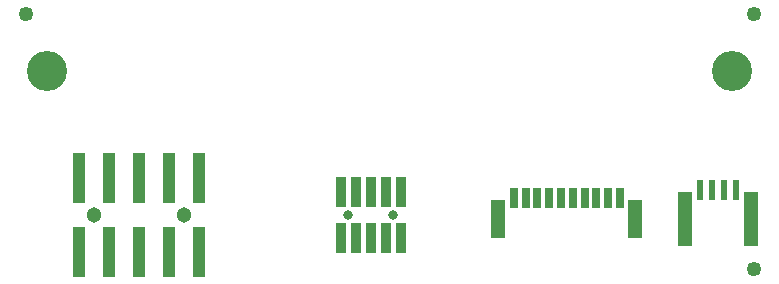
<source format=gbr>
G04 #@! TF.GenerationSoftware,KiCad,Pcbnew,5.1.0-rc2-unknown-036be7d~80~ubuntu16.04.1*
G04 #@! TF.CreationDate,2023-05-24T11:50:46+03:00*
G04 #@! TF.ProjectId,RPI-UEXT-MPQ_Rev_A,5250492d-5545-4585-942d-4d50515f5265,A*
G04 #@! TF.SameCoordinates,Original*
G04 #@! TF.FileFunction,Soldermask,Top*
G04 #@! TF.FilePolarity,Negative*
%FSLAX46Y46*%
G04 Gerber Fmt 4.6, Leading zero omitted, Abs format (unit mm)*
G04 Created by KiCad (PCBNEW 5.1.0-rc2-unknown-036be7d~80~ubuntu16.04.1) date 2023-05-24 11:50:46*
%MOMM*%
%LPD*%
G04 APERTURE LIST*
%ADD10C,3.401600*%
%ADD11R,0.601600X1.651600*%
%ADD12R,1.301600X4.601600*%
%ADD13R,0.701600X1.651600*%
%ADD14R,1.301600X3.201600*%
%ADD15C,0.801600*%
%ADD16R,0.861600X2.501600*%
%ADD17C,1.301600*%
%ADD18R,1.101600X4.351600*%
%ADD19C,1.254000*%
G04 APERTURE END LIST*
D10*
X159000000Y-60000000D03*
X101000000Y-60000000D03*
D11*
X156300000Y-70100000D03*
D12*
X160600000Y-72575000D03*
X155000000Y-72575000D03*
D11*
X158300000Y-70100000D03*
X157300000Y-70100000D03*
X159300000Y-70100000D03*
D13*
X149500000Y-70775000D03*
X148500000Y-70775000D03*
X147500000Y-70775000D03*
X146500000Y-70775000D03*
X145500000Y-70775000D03*
X144500000Y-70775000D03*
X143500000Y-70775000D03*
X142500000Y-70775000D03*
X141500000Y-70775000D03*
X140500000Y-70775000D03*
D14*
X150800000Y-72550000D03*
X139200000Y-72550000D03*
D15*
X126495000Y-72200000D03*
X130305000Y-72200000D03*
D16*
X127130000Y-70249500D03*
X128400000Y-70249500D03*
X130940000Y-70249500D03*
X129670000Y-70249500D03*
X125860000Y-70249500D03*
X130940000Y-74150500D03*
X129670000Y-74150500D03*
X128400000Y-74150500D03*
X127130000Y-74150500D03*
X125860000Y-74150500D03*
D17*
X112610000Y-72200000D03*
D18*
X103720000Y-75325000D03*
X103720000Y-69075000D03*
X106260000Y-75325000D03*
X106260000Y-69075000D03*
X108800000Y-75325000D03*
X108800000Y-69075000D03*
X111340000Y-75325000D03*
X111340000Y-69075000D03*
X113880000Y-75325000D03*
X113880000Y-69075000D03*
D17*
X104990000Y-72200000D03*
D19*
X99200000Y-55200000D03*
X160800000Y-55200000D03*
X160800000Y-76800000D03*
M02*

</source>
